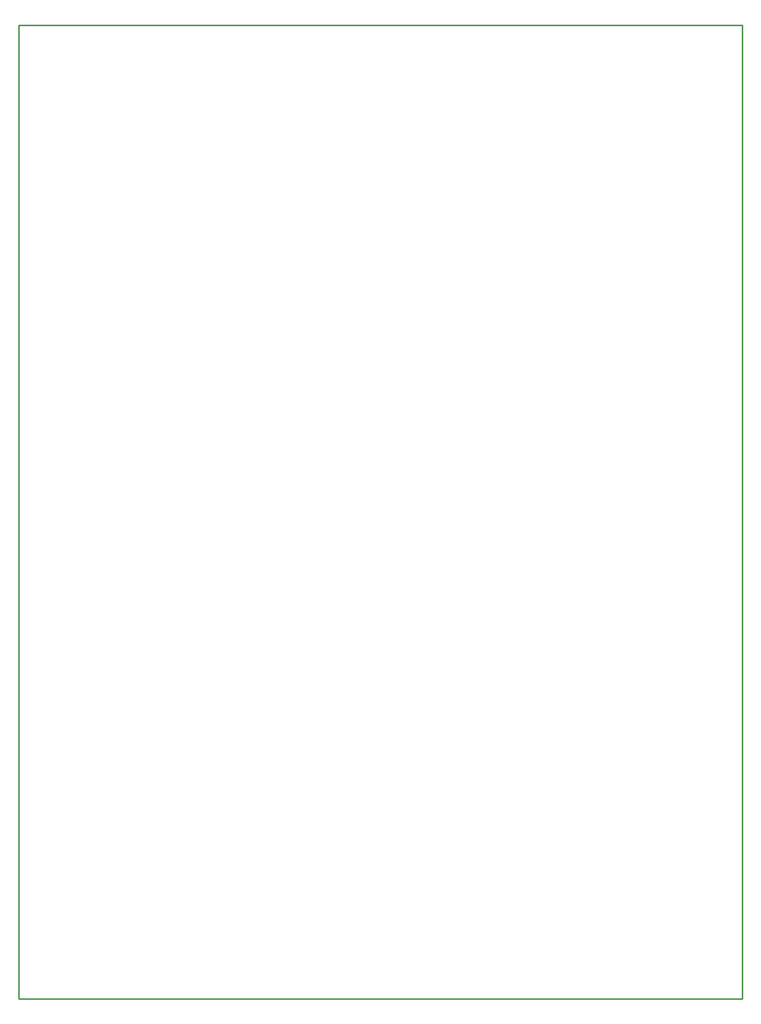
<source format=gbr>
%TF.GenerationSoftware,Altium Limited,Altium Designer,21.0.8 (223)*%
G04 Layer_Color=16711935*
%FSLAX44Y44*%
%MOMM*%
%TF.SameCoordinates,DB17735C-2821-42BA-BDE9-6899CBA3333A*%
%TF.FilePolarity,Positive*%
%TF.FileFunction,Keep-out,Top*%
%TF.Part,Single*%
G01*
G75*
%TA.AperFunction,NonConductor*%
%ADD35C,0.2540*%
D35*
X203200Y1271270D02*
X203200Y1271270D01*
X203200Y1673860D02*
X1445260D01*
X1445260Y906780D01*
X203200Y1673860D02*
X203200Y1328420D01*
Y1296670D02*
Y1328420D01*
Y1271270D02*
Y1296670D01*
X1445260Y906780D02*
X1445260Y3810D01*
X203200D02*
X1445260D01*
X203200Y1271270D02*
X203200Y3810D01*
%TF.MD5,485fff1b0d7aedc8bfc4b07b6bc4dd96*%
M02*

</source>
